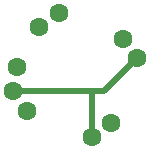
<source format=gtl>
%TF.GenerationSoftware,KiCad,Pcbnew,7.0.5*%
%TF.CreationDate,2023-06-18T14:52:21+02:00*%
%TF.ProjectId,RH_RKJXM1015004_thumb,52485f52-4b4a-4584-9d31-303135303034,rev?*%
%TF.SameCoordinates,Original*%
%TF.FileFunction,Copper,L1,Top*%
%TF.FilePolarity,Positive*%
%FSLAX46Y46*%
G04 Gerber Fmt 4.6, Leading zero omitted, Abs format (unit mm)*
G04 Created by KiCad (PCBNEW 7.0.5) date 2023-06-18 14:52:21*
%MOMM*%
%LPD*%
G01*
G04 APERTURE LIST*
%TA.AperFunction,ComponentPad*%
%ADD10C,1.600000*%
%TD*%
%TA.AperFunction,Conductor*%
%ADD11C,0.500000*%
%TD*%
G04 APERTURE END LIST*
D10*
X71091891Y-37849641D03*
X70740658Y-39900649D03*
X77400649Y-43759342D03*
X81259342Y-37099351D03*
X74599351Y-33240658D03*
X79033615Y-42537286D03*
X80037286Y-35466385D03*
X72966385Y-34462714D03*
X71962714Y-41533615D03*
D11*
X77399351Y-39900649D02*
X77400000Y-39900000D01*
X77400000Y-39900000D02*
X78458693Y-39900000D01*
X70740658Y-39900649D02*
X77399351Y-39900649D01*
X77400649Y-43759342D02*
X77400649Y-39901947D01*
X81259342Y-37099351D02*
X78458693Y-39900000D01*
M02*

</source>
